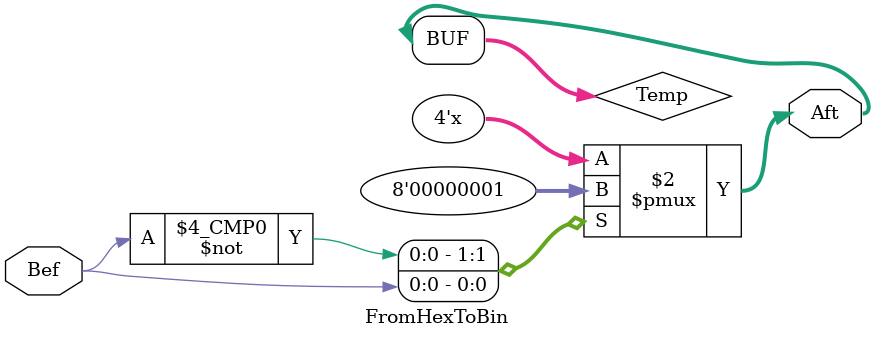
<source format=v>
module FromHexToBin (Bef,Aft);
input Bef ;

output [3:0] Aft;
reg [3:0] Temp ;
assign Aft = Temp;
always @ (Bef)
begin
case(Bef)
1'h0 : Temp=4'b0000;
1'h1 : Temp=4'b0001;
1'h2 : Temp=4'b0010;
1'h3 : Temp=4'b0011;
1'h4 : Temp=4'b0100;
1'h5 : Temp=4'b0101;
1'h6 : Temp=4'b0110;
1'h7 : Temp=4'b0111;
1'h8 : Temp=4'b1000;
1'h9 : Temp=4'b1001;
1'ha : Temp=4'b1010;
1'hb : Temp=4'b1011;
1'hc : Temp=4'b1100;
1'hd : Temp=4'b1101;
1'he : Temp=4'b1110;
1'hf : Temp=4'b1111;
endcase
end



endmodule
</source>
